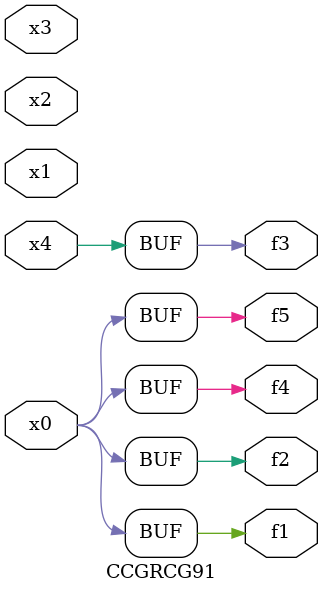
<source format=v>
module CCGRCG91(
	input x0, x1, x2, x3, x4,
	output f1, f2, f3, f4, f5
);
	assign f1 = x0;
	assign f2 = x0;
	assign f3 = x4;
	assign f4 = x0;
	assign f5 = x0;
endmodule

</source>
